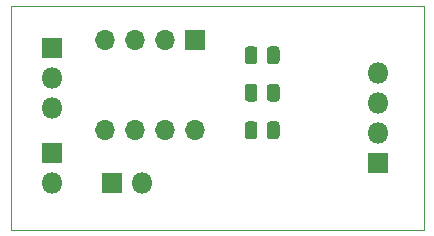
<source format=gbr>
%TF.GenerationSoftware,KiCad,Pcbnew,(5.1.6)-1*%
%TF.CreationDate,2020-09-18T09:58:32+02:00*%
%TF.ProjectId,rainbow-ledbar-CMS,7261696e-626f-4772-9d6c-65646261722d,rev?*%
%TF.SameCoordinates,Original*%
%TF.FileFunction,Soldermask,Top*%
%TF.FilePolarity,Negative*%
%FSLAX46Y46*%
G04 Gerber Fmt 4.6, Leading zero omitted, Abs format (unit mm)*
G04 Created by KiCad (PCBNEW (5.1.6)-1) date 2020-09-18 09:58:32*
%MOMM*%
%LPD*%
G01*
G04 APERTURE LIST*
%TA.AperFunction,Profile*%
%ADD10C,0.050000*%
%TD*%
%ADD11R,1.800000X1.800000*%
%ADD12O,1.800000X1.800000*%
%ADD13R,1.700000X1.700000*%
%ADD14O,1.700000X1.700000*%
G04 APERTURE END LIST*
D10*
X140000000Y-91000000D02*
X140000000Y-72000000D01*
X175000000Y-91000000D02*
X140000000Y-91000000D01*
X175000000Y-72000000D02*
X175000000Y-91000000D01*
X140000000Y-72000000D02*
X175000000Y-72000000D01*
%TO.C,R1*%
G36*
G01*
X159815000Y-79856250D02*
X159815000Y-78893750D01*
G75*
G02*
X160083750Y-78625000I268750J0D01*
G01*
X160621250Y-78625000D01*
G75*
G02*
X160890000Y-78893750I0J-268750D01*
G01*
X160890000Y-79856250D01*
G75*
G02*
X160621250Y-80125000I-268750J0D01*
G01*
X160083750Y-80125000D01*
G75*
G02*
X159815000Y-79856250I0J268750D01*
G01*
G37*
G36*
G01*
X161690000Y-79856250D02*
X161690000Y-78893750D01*
G75*
G02*
X161958750Y-78625000I268750J0D01*
G01*
X162496250Y-78625000D01*
G75*
G02*
X162765000Y-78893750I0J-268750D01*
G01*
X162765000Y-79856250D01*
G75*
G02*
X162496250Y-80125000I-268750J0D01*
G01*
X161958750Y-80125000D01*
G75*
G02*
X161690000Y-79856250I0J268750D01*
G01*
G37*
%TD*%
%TO.C,R2*%
G36*
G01*
X161690000Y-83031250D02*
X161690000Y-82068750D01*
G75*
G02*
X161958750Y-81800000I268750J0D01*
G01*
X162496250Y-81800000D01*
G75*
G02*
X162765000Y-82068750I0J-268750D01*
G01*
X162765000Y-83031250D01*
G75*
G02*
X162496250Y-83300000I-268750J0D01*
G01*
X161958750Y-83300000D01*
G75*
G02*
X161690000Y-83031250I0J268750D01*
G01*
G37*
G36*
G01*
X159815000Y-83031250D02*
X159815000Y-82068750D01*
G75*
G02*
X160083750Y-81800000I268750J0D01*
G01*
X160621250Y-81800000D01*
G75*
G02*
X160890000Y-82068750I0J-268750D01*
G01*
X160890000Y-83031250D01*
G75*
G02*
X160621250Y-83300000I-268750J0D01*
G01*
X160083750Y-83300000D01*
G75*
G02*
X159815000Y-83031250I0J268750D01*
G01*
G37*
%TD*%
%TO.C,R3*%
G36*
G01*
X159815000Y-76681250D02*
X159815000Y-75718750D01*
G75*
G02*
X160083750Y-75450000I268750J0D01*
G01*
X160621250Y-75450000D01*
G75*
G02*
X160890000Y-75718750I0J-268750D01*
G01*
X160890000Y-76681250D01*
G75*
G02*
X160621250Y-76950000I-268750J0D01*
G01*
X160083750Y-76950000D01*
G75*
G02*
X159815000Y-76681250I0J268750D01*
G01*
G37*
G36*
G01*
X161690000Y-76681250D02*
X161690000Y-75718750D01*
G75*
G02*
X161958750Y-75450000I268750J0D01*
G01*
X162496250Y-75450000D01*
G75*
G02*
X162765000Y-75718750I0J-268750D01*
G01*
X162765000Y-76681250D01*
G75*
G02*
X162496250Y-76950000I-268750J0D01*
G01*
X161958750Y-76950000D01*
G75*
G02*
X161690000Y-76681250I0J268750D01*
G01*
G37*
%TD*%
D11*
%TO.C,J1*%
X171069000Y-85300000D03*
D12*
X171069000Y-82760000D03*
X171069000Y-80220000D03*
X171069000Y-77680000D03*
%TD*%
D11*
%TO.C,J2*%
X148590000Y-86995000D03*
D12*
X151130000Y-86995000D03*
%TD*%
%TO.C,J3*%
X143510000Y-86995000D03*
D11*
X143510000Y-84455000D03*
%TD*%
%TO.C,J5*%
X143510000Y-75565000D03*
D12*
X143510000Y-78105000D03*
X143510000Y-80645000D03*
%TD*%
D13*
%TO.C,U1*%
X155575000Y-74930000D03*
D14*
X147955000Y-82550000D03*
X153035000Y-74930000D03*
X150495000Y-82550000D03*
X150495000Y-74930000D03*
X153035000Y-82550000D03*
X147955000Y-74930000D03*
X155575000Y-82550000D03*
%TD*%
M02*

</source>
